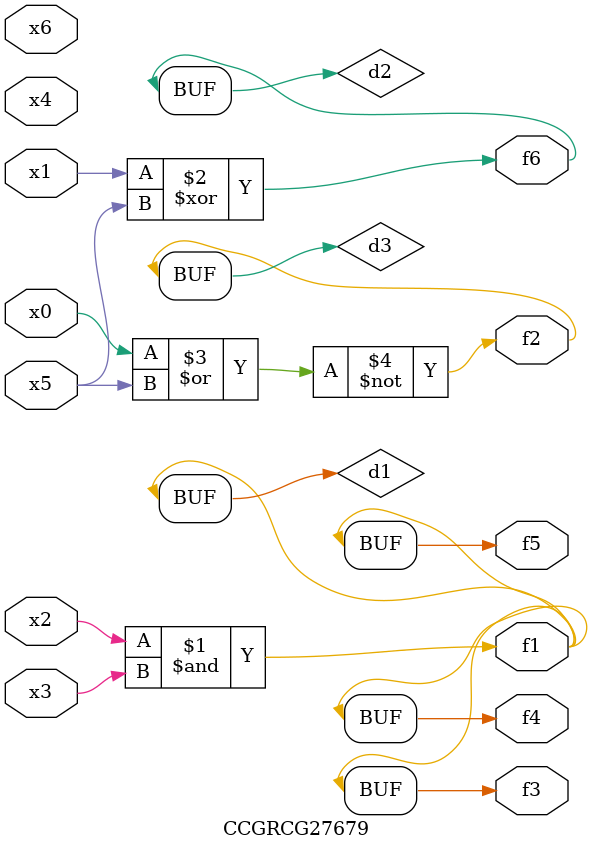
<source format=v>
module CCGRCG27679(
	input x0, x1, x2, x3, x4, x5, x6,
	output f1, f2, f3, f4, f5, f6
);

	wire d1, d2, d3;

	and (d1, x2, x3);
	xor (d2, x1, x5);
	nor (d3, x0, x5);
	assign f1 = d1;
	assign f2 = d3;
	assign f3 = d1;
	assign f4 = d1;
	assign f5 = d1;
	assign f6 = d2;
endmodule

</source>
